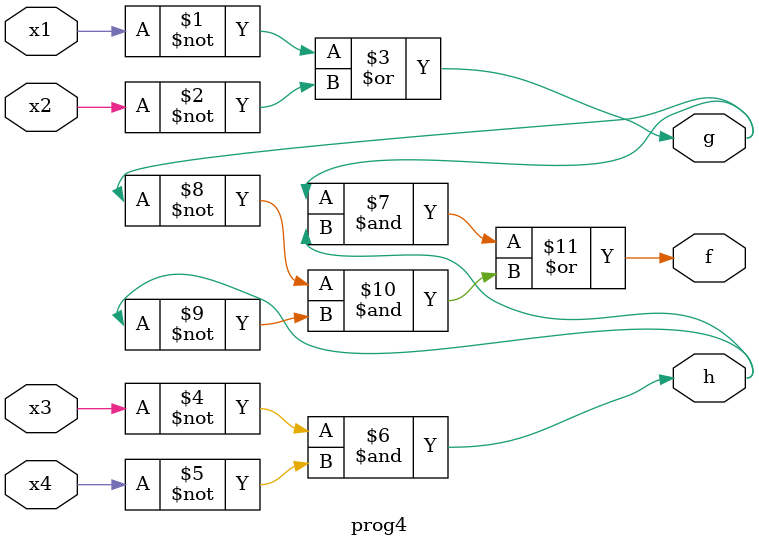
<source format=v>
module prog4 (x1, x2, x3, x4, f, g, h);
input x1, x2, x3, x4;
output f, g, h;
assign g = ~x1|~x2;
assign h = ~x3&~x4;
assign f = (g&h)|(~g&~h);
endmodule

</source>
